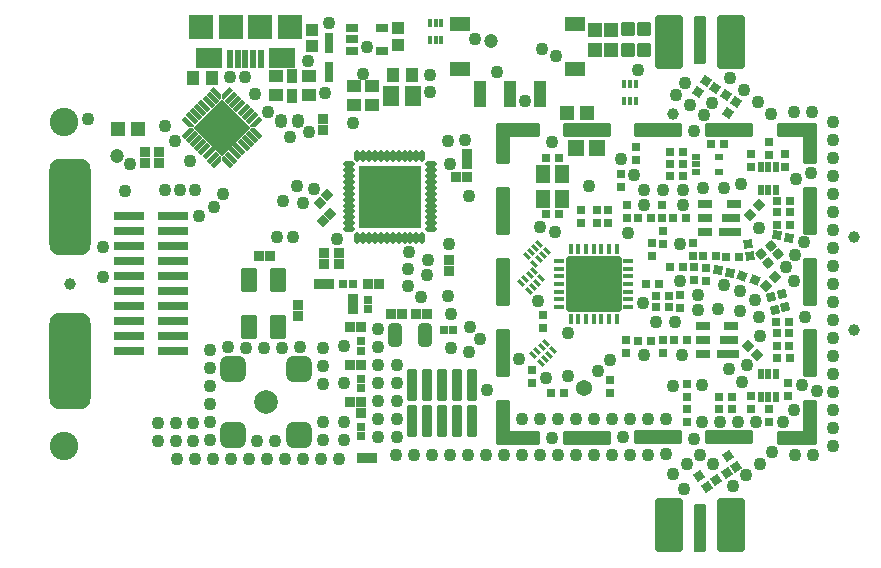
<source format=gts>
G04 Layer_Color=8388736*
%FSLAX25Y25*%
%MOIN*%
G70*
G01*
G75*
%ADD89C,0.03937*%
G04:AMPARAMS|DCode=127|XSize=33.59mil|YSize=106.42mil|CornerRadius=5.28mil|HoleSize=0mil|Usage=FLASHONLY|Rotation=0.000|XOffset=0mil|YOffset=0mil|HoleType=Round|Shape=RoundedRectangle|*
%AMROUNDEDRECTD127*
21,1,0.03359,0.09587,0,0,0.0*
21,1,0.02303,0.10642,0,0,0.0*
1,1,0.01056,0.01152,-0.04793*
1,1,0.01056,-0.01152,-0.04793*
1,1,0.01056,-0.01152,0.04793*
1,1,0.01056,0.01152,0.04793*
%
%ADD127ROUNDEDRECTD127*%
G04:AMPARAMS|DCode=128|XSize=102.36mil|YSize=29.53mil|CornerRadius=3.25mil|HoleSize=0mil|Usage=FLASHONLY|Rotation=0.000|XOffset=0mil|YOffset=0mil|HoleType=Round|Shape=RoundedRectangle|*
%AMROUNDEDRECTD128*
21,1,0.10236,0.02303,0,0,0.0*
21,1,0.09587,0.02953,0,0,0.0*
1,1,0.00650,0.04793,-0.01152*
1,1,0.00650,-0.04793,-0.01152*
1,1,0.00650,-0.04793,0.01152*
1,1,0.00650,0.04793,0.01152*
%
%ADD128ROUNDEDRECTD128*%
G04:AMPARAMS|DCode=129|XSize=16.54mil|YSize=44.09mil|CornerRadius=0mil|HoleSize=0mil|Usage=FLASHONLY|Rotation=225.000|XOffset=0mil|YOffset=0mil|HoleType=Round|Shape=Rectangle|*
%AMROTATEDRECTD129*
4,1,4,-0.00974,0.02144,0.02144,-0.00974,0.00974,-0.02144,-0.02144,0.00974,-0.00974,0.02144,0.0*
%
%ADD129ROTATEDRECTD129*%

G04:AMPARAMS|DCode=130|XSize=16.54mil|YSize=44.09mil|CornerRadius=0mil|HoleSize=0mil|Usage=FLASHONLY|Rotation=135.000|XOffset=0mil|YOffset=0mil|HoleType=Round|Shape=Rectangle|*
%AMROTATEDRECTD130*
4,1,4,0.02144,0.00974,-0.00974,-0.02144,-0.02144,-0.00974,0.00974,0.02144,0.02144,0.00974,0.0*
%
%ADD130ROTATEDRECTD130*%

%ADD131P,0.19042X4X180.0*%
%ADD132R,0.05131X0.04737*%
%ADD133R,0.02953X0.02953*%
%ADD134R,0.02953X0.02953*%
%ADD135R,0.03241X0.03241*%
%ADD136P,0.04176X4X350.0*%
%ADD137P,0.04176X4X385.0*%
%ADD138P,0.04176X4X215.0*%
%ADD139P,0.04176X4X180.0*%
%ADD140P,0.04176X4X320.0*%
%ADD141P,0.04176X4X273.0*%
%ADD142P,0.04176X4X85.0*%
%ADD143R,0.04737X0.05131*%
%ADD144P,0.04176X4X190.0*%
%ADD145P,0.04176X4X100.0*%
%ADD146P,0.04583X4X180.0*%
%ADD147R,0.04343X0.04737*%
%ADD148R,0.05328X0.06509*%
%ADD149R,0.04343X0.03950*%
%ADD150R,0.08280X0.08280*%
%ADD151R,0.07887X0.08280*%
%ADD152R,0.09068X0.07099*%
%ADD153R,0.02375X0.06115*%
%ADD154R,0.03241X0.03241*%
G04:AMPARAMS|DCode=155|XSize=47.37mil|YSize=78.87mil|CornerRadius=13.84mil|HoleSize=0mil|Usage=FLASHONLY|Rotation=180.000|XOffset=0mil|YOffset=0mil|HoleType=Round|Shape=RoundedRectangle|*
%AMROUNDEDRECTD155*
21,1,0.04737,0.05118,0,0,180.0*
21,1,0.01969,0.07887,0,0,180.0*
1,1,0.02769,-0.00984,0.02559*
1,1,0.02769,0.00984,0.02559*
1,1,0.02769,0.00984,-0.02559*
1,1,0.02769,-0.00984,-0.02559*
%
%ADD155ROUNDEDRECTD155*%
G04:AMPARAMS|DCode=156|XSize=13.78mil|YSize=23.62mil|CornerRadius=0mil|HoleSize=0mil|Usage=FLASHONLY|Rotation=45.000|XOffset=0mil|YOffset=0mil|HoleType=Round|Shape=Rectangle|*
%AMROTATEDRECTD156*
4,1,4,0.00348,-0.01322,-0.01322,0.00348,-0.00348,0.01322,0.01322,-0.00348,0.00348,-0.01322,0.0*
%
%ADD156ROTATEDRECTD156*%

%ADD157R,0.04724X0.06299*%
%ADD158P,0.04176X4X150.0*%
%ADD159R,0.01969X0.03740*%
G04:AMPARAMS|DCode=160|XSize=47.24mil|YSize=29.53mil|CornerRadius=2.61mil|HoleSize=0mil|Usage=FLASHONLY|Rotation=180.000|XOffset=0mil|YOffset=0mil|HoleType=Round|Shape=RoundedRectangle|*
%AMROUNDEDRECTD160*
21,1,0.04724,0.02431,0,0,180.0*
21,1,0.04203,0.02953,0,0,180.0*
1,1,0.00522,-0.02101,0.01216*
1,1,0.00522,0.02101,0.01216*
1,1,0.00522,0.02101,-0.01216*
1,1,0.00522,-0.02101,-0.01216*
%
%ADD160ROUNDEDRECTD160*%
G04:AMPARAMS|DCode=161|XSize=62.99mil|YSize=29.53mil|CornerRadius=2.61mil|HoleSize=0mil|Usage=FLASHONLY|Rotation=180.000|XOffset=0mil|YOffset=0mil|HoleType=Round|Shape=RoundedRectangle|*
%AMROUNDEDRECTD161*
21,1,0.06299,0.02431,0,0,180.0*
21,1,0.05778,0.02953,0,0,180.0*
1,1,0.00522,-0.02889,0.01216*
1,1,0.00522,0.02889,0.01216*
1,1,0.00522,0.02889,-0.01216*
1,1,0.00522,-0.02889,-0.01216*
%
%ADD161ROUNDEDRECTD161*%
G04:AMPARAMS|DCode=162|XSize=70.87mil|YSize=29.53mil|CornerRadius=2.61mil|HoleSize=0mil|Usage=FLASHONLY|Rotation=180.000|XOffset=0mil|YOffset=0mil|HoleType=Round|Shape=RoundedRectangle|*
%AMROUNDEDRECTD162*
21,1,0.07087,0.02431,0,0,180.0*
21,1,0.06565,0.02953,0,0,180.0*
1,1,0.00522,-0.03283,0.01216*
1,1,0.00522,0.03283,0.01216*
1,1,0.00522,0.03283,-0.01216*
1,1,0.00522,-0.03283,-0.01216*
%
%ADD162ROUNDEDRECTD162*%
G04:AMPARAMS|DCode=163|XSize=39.37mil|YSize=161.42mil|CornerRadius=3.74mil|HoleSize=0mil|Usage=FLASHONLY|Rotation=180.000|XOffset=0mil|YOffset=0mil|HoleType=Round|Shape=RoundedRectangle|*
%AMROUNDEDRECTD163*
21,1,0.03937,0.15394,0,0,180.0*
21,1,0.03189,0.16142,0,0,180.0*
1,1,0.00748,-0.01595,0.07697*
1,1,0.00748,0.01595,0.07697*
1,1,0.00748,0.01595,-0.07697*
1,1,0.00748,-0.01595,-0.07697*
%
%ADD163ROUNDEDRECTD163*%
%ADD164P,0.04176X4X270.0*%
%ADD165R,0.05512X0.05512*%
G04:AMPARAMS|DCode=166|XSize=29.26mil|YSize=29.65mil|CornerRadius=9.32mil|HoleSize=0mil|Usage=FLASHONLY|Rotation=180.000|XOffset=0mil|YOffset=0mil|HoleType=Round|Shape=RoundedRectangle|*
%AMROUNDEDRECTD166*
21,1,0.02926,0.01102,0,0,180.0*
21,1,0.01063,0.02965,0,0,180.0*
1,1,0.01863,-0.00532,0.00551*
1,1,0.01863,0.00532,0.00551*
1,1,0.01863,0.00532,-0.00551*
1,1,0.01863,-0.00532,-0.00551*
%
%ADD166ROUNDEDRECTD166*%
G04:AMPARAMS|DCode=167|XSize=29.26mil|YSize=29.65mil|CornerRadius=9.32mil|HoleSize=0mil|Usage=FLASHONLY|Rotation=180.000|XOffset=0mil|YOffset=0mil|HoleType=Round|Shape=RoundedRectangle|*
%AMROUNDEDRECTD167*
21,1,0.02926,0.01102,0,0,180.0*
21,1,0.01063,0.02965,0,0,180.0*
1,1,0.01863,-0.00532,0.00551*
1,1,0.01863,0.00532,0.00551*
1,1,0.01863,0.00532,-0.00551*
1,1,0.01863,-0.00532,-0.00551*
%
%ADD167ROUNDEDRECTD167*%
G04:AMPARAMS|DCode=168|XSize=29.26mil|YSize=29.65mil|CornerRadius=9.32mil|HoleSize=0mil|Usage=FLASHONLY|Rotation=90.000|XOffset=0mil|YOffset=0mil|HoleType=Round|Shape=RoundedRectangle|*
%AMROUNDEDRECTD168*
21,1,0.02926,0.01102,0,0,90.0*
21,1,0.01063,0.02965,0,0,90.0*
1,1,0.01863,0.00551,0.00532*
1,1,0.01863,0.00551,-0.00532*
1,1,0.01863,-0.00551,-0.00532*
1,1,0.01863,-0.00551,0.00532*
%
%ADD168ROUNDEDRECTD168*%
G04:AMPARAMS|DCode=169|XSize=29.26mil|YSize=29.65mil|CornerRadius=9.32mil|HoleSize=0mil|Usage=FLASHONLY|Rotation=90.000|XOffset=0mil|YOffset=0mil|HoleType=Round|Shape=RoundedRectangle|*
%AMROUNDEDRECTD169*
21,1,0.02926,0.01102,0,0,90.0*
21,1,0.01063,0.02965,0,0,90.0*
1,1,0.01863,0.00551,0.00532*
1,1,0.01863,0.00551,-0.00532*
1,1,0.01863,-0.00551,-0.00532*
1,1,0.01863,-0.00551,0.00532*
%
%ADD169ROUNDEDRECTD169*%
G04:AMPARAMS|DCode=170|XSize=78.87mil|YSize=55.24mil|CornerRadius=6.36mil|HoleSize=0mil|Usage=FLASHONLY|Rotation=90.000|XOffset=0mil|YOffset=0mil|HoleType=Round|Shape=RoundedRectangle|*
%AMROUNDEDRECTD170*
21,1,0.07887,0.04252,0,0,90.0*
21,1,0.06614,0.05524,0,0,90.0*
1,1,0.01272,0.02126,0.03307*
1,1,0.01272,0.02126,-0.03307*
1,1,0.01272,-0.02126,-0.03307*
1,1,0.01272,-0.02126,0.03307*
%
%ADD170ROUNDEDRECTD170*%
%ADD171R,0.03556X0.04540*%
%ADD172R,0.04737X0.04343*%
%ADD173C,0.05394*%
G04:AMPARAMS|DCode=174|XSize=37.61mil|YSize=43.43mil|CornerRadius=11.4mil|HoleSize=0mil|Usage=FLASHONLY|Rotation=180.000|XOffset=0mil|YOffset=0mil|HoleType=Round|Shape=RoundedRectangle|*
%AMROUNDEDRECTD174*
21,1,0.03761,0.02063,0,0,180.0*
21,1,0.01480,0.04343,0,0,180.0*
1,1,0.02280,-0.00740,0.01032*
1,1,0.02280,0.00740,0.01032*
1,1,0.02280,0.00740,-0.01032*
1,1,0.02280,-0.00740,-0.01032*
%
%ADD174ROUNDEDRECTD174*%
G04:AMPARAMS|DCode=175|XSize=37.61mil|YSize=43.43mil|CornerRadius=11.4mil|HoleSize=0mil|Usage=FLASHONLY|Rotation=180.000|XOffset=0mil|YOffset=0mil|HoleType=Round|Shape=RoundedRectangle|*
%AMROUNDEDRECTD175*
21,1,0.03761,0.02063,0,0,180.0*
21,1,0.01480,0.04343,0,0,180.0*
1,1,0.02280,-0.00740,0.01032*
1,1,0.02280,0.00740,0.01032*
1,1,0.02280,0.00740,-0.01032*
1,1,0.02280,-0.00740,-0.01032*
%
%ADD175ROUNDEDRECTD175*%
G04:AMPARAMS|DCode=176|XSize=47.37mil|YSize=47.37mil|CornerRadius=9.91mil|HoleSize=0mil|Usage=FLASHONLY|Rotation=180.000|XOffset=0mil|YOffset=0mil|HoleType=Round|Shape=RoundedRectangle|*
%AMROUNDEDRECTD176*
21,1,0.04737,0.02756,0,0,180.0*
21,1,0.02756,0.04737,0,0,180.0*
1,1,0.01981,-0.01378,0.01378*
1,1,0.01981,0.01378,0.01378*
1,1,0.01981,0.01378,-0.01378*
1,1,0.01981,-0.01378,-0.01378*
%
%ADD176ROUNDEDRECTD176*%
%ADD177P,0.04176X4X260.0*%
%ADD178O,0.01784X0.03950*%
%ADD179O,0.03950X0.01784*%
%ADD180R,0.20879X0.21076*%
G04:AMPARAMS|DCode=181|XSize=47.37mil|YSize=148.55mil|CornerRadius=4.98mil|HoleSize=0mil|Usage=FLASHONLY|Rotation=270.000|XOffset=0mil|YOffset=0mil|HoleType=Round|Shape=RoundedRectangle|*
%AMROUNDEDRECTD181*
21,1,0.04737,0.13858,0,0,270.0*
21,1,0.03740,0.14855,0,0,270.0*
1,1,0.00997,-0.06929,-0.01870*
1,1,0.00997,-0.06929,0.01870*
1,1,0.00997,0.06929,0.01870*
1,1,0.00997,0.06929,-0.01870*
%
%ADD181ROUNDEDRECTD181*%
G04:AMPARAMS|DCode=182|XSize=47.37mil|YSize=148.55mil|CornerRadius=4.98mil|HoleSize=0mil|Usage=FLASHONLY|Rotation=180.000|XOffset=0mil|YOffset=0mil|HoleType=Round|Shape=RoundedRectangle|*
%AMROUNDEDRECTD182*
21,1,0.04737,0.13858,0,0,180.0*
21,1,0.03740,0.14855,0,0,180.0*
1,1,0.00997,-0.01870,0.06929*
1,1,0.00997,0.01870,0.06929*
1,1,0.00997,0.01870,-0.06929*
1,1,0.00997,-0.01870,-0.06929*
%
%ADD182ROUNDEDRECTD182*%
G04:AMPARAMS|DCode=183|XSize=47.37mil|YSize=135.56mil|CornerRadius=4.98mil|HoleSize=0mil|Usage=FLASHONLY|Rotation=180.000|XOffset=0mil|YOffset=0mil|HoleType=Round|Shape=RoundedRectangle|*
%AMROUNDEDRECTD183*
21,1,0.04737,0.12559,0,0,180.0*
21,1,0.03740,0.13556,0,0,180.0*
1,1,0.00997,-0.01870,0.06280*
1,1,0.00997,0.01870,0.06280*
1,1,0.00997,0.01870,-0.06280*
1,1,0.00997,-0.01870,-0.06280*
%
%ADD183ROUNDEDRECTD183*%
G04:AMPARAMS|DCode=184|XSize=47.37mil|YSize=135.56mil|CornerRadius=4.98mil|HoleSize=0mil|Usage=FLASHONLY|Rotation=90.000|XOffset=0mil|YOffset=0mil|HoleType=Round|Shape=RoundedRectangle|*
%AMROUNDEDRECTD184*
21,1,0.04737,0.12559,0,0,90.0*
21,1,0.03740,0.13556,0,0,90.0*
1,1,0.00997,0.06280,0.01870*
1,1,0.00997,0.06280,-0.01870*
1,1,0.00997,-0.06280,-0.01870*
1,1,0.00997,-0.06280,0.01870*
%
%ADD184ROUNDEDRECTD184*%
G04:AMPARAMS|DCode=185|XSize=47.37mil|YSize=157.61mil|CornerRadius=4.98mil|HoleSize=0mil|Usage=FLASHONLY|Rotation=90.000|XOffset=0mil|YOffset=0mil|HoleType=Round|Shape=RoundedRectangle|*
%AMROUNDEDRECTD185*
21,1,0.04737,0.14764,0,0,90.0*
21,1,0.03740,0.15761,0,0,90.0*
1,1,0.00997,0.07382,0.01870*
1,1,0.00997,0.07382,-0.01870*
1,1,0.00997,-0.07382,-0.01870*
1,1,0.00997,-0.07382,0.01870*
%
%ADD185ROUNDEDRECTD185*%
G04:AMPARAMS|DCode=186|XSize=47.37mil|YSize=157.61mil|CornerRadius=4.98mil|HoleSize=0mil|Usage=FLASHONLY|Rotation=0.000|XOffset=0mil|YOffset=0mil|HoleType=Round|Shape=RoundedRectangle|*
%AMROUNDEDRECTD186*
21,1,0.04737,0.14764,0,0,0.0*
21,1,0.03740,0.15761,0,0,0.0*
1,1,0.00997,0.01870,-0.07382*
1,1,0.00997,-0.01870,-0.07382*
1,1,0.00997,-0.01870,0.07382*
1,1,0.00997,0.01870,0.07382*
%
%ADD186ROUNDEDRECTD186*%
G04:AMPARAMS|DCode=187|XSize=86.74mil|YSize=86.74mil|CornerRadius=22.9mil|HoleSize=0mil|Usage=FLASHONLY|Rotation=180.000|XOffset=0mil|YOffset=0mil|HoleType=Round|Shape=RoundedRectangle|*
%AMROUNDEDRECTD187*
21,1,0.08674,0.04095,0,0,180.0*
21,1,0.04095,0.08674,0,0,180.0*
1,1,0.04580,-0.02047,0.02047*
1,1,0.04580,0.02047,0.02047*
1,1,0.04580,0.02047,-0.02047*
1,1,0.04580,-0.02047,-0.02047*
%
%ADD187ROUNDEDRECTD187*%
G04:AMPARAMS|DCode=188|XSize=86.74mil|YSize=86.74mil|CornerRadius=22.9mil|HoleSize=0mil|Usage=FLASHONLY|Rotation=90.000|XOffset=0mil|YOffset=0mil|HoleType=Round|Shape=RoundedRectangle|*
%AMROUNDEDRECTD188*
21,1,0.08674,0.04095,0,0,90.0*
21,1,0.04095,0.08674,0,0,90.0*
1,1,0.04580,0.02047,0.02047*
1,1,0.04580,0.02047,-0.02047*
1,1,0.04580,-0.02047,-0.02047*
1,1,0.04580,-0.02047,0.02047*
%
%ADD188ROUNDEDRECTD188*%
G04:AMPARAMS|DCode=189|XSize=86.74mil|YSize=86.74mil|CornerRadius=22.9mil|HoleSize=0mil|Usage=FLASHONLY|Rotation=90.000|XOffset=0mil|YOffset=0mil|HoleType=Round|Shape=RoundedRectangle|*
%AMROUNDEDRECTD189*
21,1,0.08674,0.04095,0,0,90.0*
21,1,0.04095,0.08674,0,0,90.0*
1,1,0.04580,0.02047,0.02047*
1,1,0.04580,0.02047,-0.02047*
1,1,0.04580,-0.02047,-0.02047*
1,1,0.04580,-0.02047,0.02047*
%
%ADD189ROUNDEDRECTD189*%
G04:AMPARAMS|DCode=190|XSize=86.74mil|YSize=86.74mil|CornerRadius=22.9mil|HoleSize=0mil|Usage=FLASHONLY|Rotation=90.000|XOffset=0mil|YOffset=0mil|HoleType=Round|Shape=RoundedRectangle|*
%AMROUNDEDRECTD190*
21,1,0.08674,0.04095,0,0,90.0*
21,1,0.04095,0.08674,0,0,90.0*
1,1,0.04580,0.02047,0.02047*
1,1,0.04580,0.02047,-0.02047*
1,1,0.04580,-0.02047,-0.02047*
1,1,0.04580,-0.02047,0.02047*
%
%ADD190ROUNDEDRECTD190*%
%ADD191C,0.07891*%
G04:AMPARAMS|DCode=192|XSize=185.04mil|YSize=185.04mil|CornerRadius=6.5mil|HoleSize=0mil|Usage=FLASHONLY|Rotation=270.000|XOffset=0mil|YOffset=0mil|HoleType=Round|Shape=RoundedRectangle|*
%AMROUNDEDRECTD192*
21,1,0.18504,0.17205,0,0,270.0*
21,1,0.17205,0.18504,0,0,270.0*
1,1,0.01299,-0.08602,-0.08602*
1,1,0.01299,-0.08602,0.08602*
1,1,0.01299,0.08602,0.08602*
1,1,0.01299,0.08602,-0.08602*
%
%ADD192ROUNDEDRECTD192*%
%ADD193O,0.01575X0.03543*%
%ADD194O,0.03543X0.01575*%
%ADD195R,0.02769X0.02375*%
%ADD196R,0.06902X0.05131*%
%ADD197R,0.03950X0.08674*%
%ADD198R,0.04147X0.03162*%
%ADD199R,0.01784X0.02769*%
%ADD200R,0.02769X0.06509*%
%ADD201C,0.09494*%
G04:AMPARAMS|DCode=202|XSize=90.55mil|YSize=177.16mil|CornerRadius=6.3mil|HoleSize=0mil|Usage=FLASHONLY|Rotation=180.000|XOffset=0mil|YOffset=0mil|HoleType=Round|Shape=RoundedRectangle|*
%AMROUNDEDRECTD202*
21,1,0.09055,0.16457,0,0,180.0*
21,1,0.07795,0.17716,0,0,180.0*
1,1,0.01260,-0.03898,0.08228*
1,1,0.01260,0.03898,0.08228*
1,1,0.01260,0.03898,-0.08228*
1,1,0.01260,-0.03898,-0.08228*
%
%ADD202ROUNDEDRECTD202*%
G04:AMPARAMS|DCode=203|XSize=137.92mil|YSize=322.96mil|CornerRadius=36.48mil|HoleSize=0mil|Usage=FLASHONLY|Rotation=0.000|XOffset=0mil|YOffset=0mil|HoleType=Round|Shape=RoundedRectangle|*
%AMROUNDEDRECTD203*
21,1,0.13792,0.25000,0,0,0.0*
21,1,0.06496,0.32296,0,0,0.0*
1,1,0.07296,0.03248,-0.12500*
1,1,0.07296,-0.03248,-0.12500*
1,1,0.07296,-0.03248,0.12500*
1,1,0.07296,0.03248,0.12500*
%
%ADD203ROUNDEDRECTD203*%
%ADD204C,0.04300*%
%ADD205C,0.04740*%
G36*
X49414Y51917D02*
X49930Y51404D01*
X46812Y48286D01*
X45642Y49456D01*
X48106Y51919D01*
X49414Y51917D01*
D02*
G37*
G36*
X72758Y49456D02*
X71588Y48286D01*
X68470Y51404D01*
X68986Y51917D01*
X70294Y51919D01*
X72758Y49456D01*
D02*
G37*
G36*
X63014Y39712D02*
X61844Y38542D01*
X59382Y41006D01*
X59383Y42314D01*
X59896Y42830D01*
X63014Y39712D01*
D02*
G37*
G36*
X59017Y42314D02*
X59018Y41006D01*
X56556Y38542D01*
X55386Y39712D01*
X58504Y42830D01*
X59017Y42314D01*
D02*
G37*
G36*
X59018Y63194D02*
X59017Y61886D01*
X58504Y61370D01*
X55386Y64488D01*
X56556Y65658D01*
X59018Y63194D01*
D02*
G37*
G36*
X63014Y64488D02*
X59896Y61370D01*
X59383Y61886D01*
X59382Y63194D01*
X61844Y65658D01*
X63014Y64488D01*
D02*
G37*
G36*
X49930Y52796D02*
X49414Y52283D01*
X48106Y52281D01*
X45642Y54744D01*
X46812Y55914D01*
X49930Y52796D01*
D02*
G37*
G36*
X72758Y54744D02*
X70294Y52281D01*
X68986Y52283D01*
X68470Y52796D01*
X71588Y55914D01*
X72758Y54744D01*
D02*
G37*
D89*
X269800Y15500D02*
D03*
X270000Y-15500D02*
D03*
X209600Y56600D02*
D03*
X8500Y0D02*
D03*
D127*
X122700Y-45605D02*
D03*
X127700D02*
D03*
X132700D02*
D03*
X137700D02*
D03*
X142700D02*
D03*
Y-33795D02*
D03*
X137700D02*
D03*
X132700D02*
D03*
X127700D02*
D03*
X122700D02*
D03*
D128*
X28148Y-17500D02*
D03*
X42852D02*
D03*
X28148Y-22500D02*
D03*
X42852D02*
D03*
Y-12500D02*
D03*
X28148D02*
D03*
X42852Y-7500D02*
D03*
X28148D02*
D03*
X42852Y-2500D02*
D03*
X28148D02*
D03*
X42852Y2500D02*
D03*
X28148D02*
D03*
X42852Y7500D02*
D03*
X28148D02*
D03*
X42852Y12500D02*
D03*
X28148D02*
D03*
X42852Y17500D02*
D03*
X28148D02*
D03*
X42852Y22500D02*
D03*
X28148D02*
D03*
D129*
X62262Y42078D02*
D03*
X63654Y43470D02*
D03*
X65046Y44862D02*
D03*
X66438Y46254D02*
D03*
X67830Y47646D02*
D03*
X69222Y49038D02*
D03*
X56138Y62122D02*
D03*
X54746Y60730D02*
D03*
X53354Y59338D02*
D03*
X51962Y57946D02*
D03*
X50570Y56554D02*
D03*
X49178Y55162D02*
D03*
D130*
X69222Y55162D02*
D03*
X67830Y56554D02*
D03*
X66438Y57946D02*
D03*
X65046Y59338D02*
D03*
X63654Y60730D02*
D03*
X62262Y62122D02*
D03*
X49178Y49038D02*
D03*
X50570Y47646D02*
D03*
X51962Y46254D02*
D03*
X53354Y44862D02*
D03*
X54746Y43470D02*
D03*
X56138Y42078D02*
D03*
D131*
X59200Y52100D02*
D03*
D132*
X24654Y51500D02*
D03*
X31346D02*
D03*
X174354Y57000D02*
D03*
X181046D02*
D03*
D133*
X227235Y9100D02*
D03*
X231565Y9100D02*
D03*
X223865Y9200D02*
D03*
X219535D02*
D03*
X213865Y22000D02*
D03*
X209535D02*
D03*
X212765Y5500D02*
D03*
X208435D02*
D03*
X225035Y-37600D02*
D03*
X229365D02*
D03*
X229265Y-41600D02*
D03*
X224935D02*
D03*
X173265Y-36500D02*
D03*
X168935D02*
D03*
X222135Y46500D02*
D03*
X226465D02*
D03*
X212865Y39800D02*
D03*
X208535D02*
D03*
Y35800D02*
D03*
X212865D02*
D03*
Y43800D02*
D03*
X208535D02*
D03*
X171560Y42023D02*
D03*
X167229D02*
D03*
X167239Y23132D02*
D03*
X171570D02*
D03*
X197835Y22000D02*
D03*
X202165D02*
D03*
X197835Y-18965D02*
D03*
X202165Y-18965D02*
D03*
X208265Y-7800D02*
D03*
X203935D02*
D03*
X208265Y-4100D02*
D03*
X203935D02*
D03*
X248565Y27500D02*
D03*
X244235Y27500D02*
D03*
X214165Y-18800D02*
D03*
X209835Y-18800D02*
D03*
X204765Y0D02*
D03*
X200435D02*
D03*
X248326Y-12606D02*
D03*
X243995D02*
D03*
X248565Y-24600D02*
D03*
X244235Y-24600D02*
D03*
D134*
X212000Y-7965D02*
D03*
Y-3635D02*
D03*
X205900Y26331D02*
D03*
Y22000D02*
D03*
X188700Y-36265D02*
D03*
Y-31935D02*
D03*
X241400Y-45965D02*
D03*
X241400Y-41635D02*
D03*
X241400Y47265D02*
D03*
X241400Y42935D02*
D03*
X188064Y24470D02*
D03*
Y20140D02*
D03*
X178834Y24465D02*
D03*
Y20135D02*
D03*
X166299Y-14627D02*
D03*
Y-10296D02*
D03*
X247000Y39035D02*
D03*
Y43365D02*
D03*
X235500Y-37435D02*
D03*
Y-41765D02*
D03*
X216600Y5565D02*
D03*
Y1235D02*
D03*
X194200Y26365D02*
D03*
Y22035D02*
D03*
X194000Y-23131D02*
D03*
Y-18800D02*
D03*
X244300Y19735D02*
D03*
Y24065D02*
D03*
X248500Y24065D02*
D03*
X248500Y19735D02*
D03*
X206300Y17665D02*
D03*
Y13335D02*
D03*
X202600Y13565D02*
D03*
Y9235D02*
D03*
X216200Y13565D02*
D03*
X216200Y9235D02*
D03*
X206200Y-23131D02*
D03*
X206200Y-18800D02*
D03*
X220600Y935D02*
D03*
Y5265D02*
D03*
X244300Y-16435D02*
D03*
X244300Y-20765D02*
D03*
X247900Y-33135D02*
D03*
Y-37465D02*
D03*
X184300Y24465D02*
D03*
Y20135D02*
D03*
X235700Y43365D02*
D03*
Y39035D02*
D03*
X214300Y-33335D02*
D03*
Y-37665D02*
D03*
Y-41635D02*
D03*
Y-45965D02*
D03*
X192100Y36465D02*
D03*
Y32135D02*
D03*
X197100Y45565D02*
D03*
Y41235D02*
D03*
X162400Y-33065D02*
D03*
Y-28735D02*
D03*
X248300Y-20765D02*
D03*
X248300Y-16435D02*
D03*
D135*
X134800Y4428D02*
D03*
Y7972D02*
D03*
X93190Y6634D02*
D03*
Y10177D02*
D03*
X98084Y6630D02*
D03*
Y10174D02*
D03*
X102845Y-8444D02*
D03*
Y-4901D02*
D03*
X105452Y-42946D02*
D03*
Y-39403D02*
D03*
X84500Y-10672D02*
D03*
Y-7128D02*
D03*
X93000Y51428D02*
D03*
Y54972D02*
D03*
X33400Y40428D02*
D03*
Y43972D02*
D03*
X141000Y39828D02*
D03*
Y43372D02*
D03*
X38300Y40428D02*
D03*
Y43972D02*
D03*
D136*
X227958Y-57326D02*
D03*
X230442Y-60874D02*
D03*
X218258Y-64126D02*
D03*
X220742Y-67674D02*
D03*
D137*
X232665Y2641D02*
D03*
X236735Y1159D02*
D03*
D138*
X228687Y3774D02*
D03*
X224422Y4526D02*
D03*
X248332Y15424D02*
D03*
X244068Y16176D02*
D03*
D139*
X237531Y-23731D02*
D03*
X234469Y-20669D02*
D03*
D140*
X234711Y13457D02*
D03*
X235089Y9143D02*
D03*
D141*
X238249Y26309D02*
D03*
X235351Y23091D02*
D03*
D142*
X238941Y9808D02*
D03*
X242259Y12592D02*
D03*
X244659Y9892D02*
D03*
X241341Y7108D02*
D03*
D143*
X183500Y84546D02*
D03*
Y77854D02*
D03*
X189000Y84546D02*
D03*
Y77854D02*
D03*
D144*
X227174Y62858D02*
D03*
X223626Y65342D02*
D03*
D145*
X227958Y56926D02*
D03*
X230442Y60474D02*
D03*
X218043Y64096D02*
D03*
X220528Y67644D02*
D03*
D146*
X91747Y27047D02*
D03*
X94253Y29553D02*
D03*
X92847Y20947D02*
D03*
X95353Y23453D02*
D03*
D147*
X116350Y69500D02*
D03*
X122650D02*
D03*
X55950Y68700D02*
D03*
X49650D02*
D03*
D148*
X122743Y62500D02*
D03*
X115657D02*
D03*
D149*
X118000Y79744D02*
D03*
Y85256D02*
D03*
X89300Y79244D02*
D03*
Y84756D02*
D03*
D150*
X62315Y85500D02*
D03*
X71764D02*
D03*
D151*
X52079D02*
D03*
X82000D02*
D03*
D152*
X79244Y75461D02*
D03*
X54835D02*
D03*
D153*
X67039Y74968D02*
D03*
X64480D02*
D03*
X69598D02*
D03*
X72158D02*
D03*
X61921D02*
D03*
D154*
X123928Y-10100D02*
D03*
X127472D02*
D03*
X119254Y-10058D02*
D03*
X115710D02*
D03*
X101914Y-26928D02*
D03*
X105457D02*
D03*
X91504Y-1D02*
D03*
X95047D02*
D03*
X111412Y46D02*
D03*
X107868D02*
D03*
X109372Y-58000D02*
D03*
X105828D02*
D03*
X71628Y9400D02*
D03*
X75172Y9400D02*
D03*
X101911Y-14390D02*
D03*
X105454D02*
D03*
X140772Y35500D02*
D03*
X137228D02*
D03*
X105472Y-39400D02*
D03*
X101928D02*
D03*
D155*
X116961Y-17158D02*
D03*
X126803D02*
D03*
D156*
X165035Y13441D02*
D03*
X163643Y12049D02*
D03*
X162251Y10657D02*
D03*
X160859Y9265D02*
D03*
X163365Y6759D02*
D03*
X164757Y8151D02*
D03*
X166149Y9543D02*
D03*
X167541Y10935D02*
D03*
X167135Y-19659D02*
D03*
X165743Y-21051D02*
D03*
X164351Y-22443D02*
D03*
X162959Y-23835D02*
D03*
X165465Y-26341D02*
D03*
X166857Y-24949D02*
D03*
X168249Y-23557D02*
D03*
X169641Y-22165D02*
D03*
X163135Y4341D02*
D03*
X161743Y2949D02*
D03*
X160351Y1557D02*
D03*
X158959Y165D02*
D03*
X161465Y-2341D02*
D03*
X162857Y-949D02*
D03*
X164249Y443D02*
D03*
X165641Y1835D02*
D03*
D157*
X166245Y28420D02*
D03*
X172544D02*
D03*
X166245Y36688D02*
D03*
X172544D02*
D03*
D158*
X246960Y-7692D02*
D03*
X245840Y-3508D02*
D03*
X242300Y-4500D02*
D03*
X243421Y-8683D02*
D03*
D159*
X243926Y-37604D02*
D03*
X241367Y-37604D02*
D03*
X238808Y-37604D02*
D03*
X238808Y-30123D02*
D03*
X241367Y-30123D02*
D03*
X243926Y-30123D02*
D03*
X238808Y38940D02*
D03*
X241367Y38940D02*
D03*
X243926D02*
D03*
X243926Y31460D02*
D03*
X241367Y31460D02*
D03*
X238808Y31460D02*
D03*
D160*
X220376Y26724D02*
D03*
Y22000D02*
D03*
X220376Y17276D02*
D03*
X229824Y26724D02*
D03*
X219576Y-14076D02*
D03*
X219576Y-18800D02*
D03*
Y-23524D02*
D03*
X229024Y-14076D02*
D03*
D161*
X229037Y22000D02*
D03*
X228237Y-18800D02*
D03*
D162*
X228643Y17276D02*
D03*
X227843Y-23524D02*
D03*
D163*
X218600Y81300D02*
D03*
Y-81300D02*
D03*
D164*
X243631Y2231D02*
D03*
X240569Y-831D02*
D03*
D165*
X184243Y45300D02*
D03*
X177157D02*
D03*
D166*
X105455Y-19100D02*
D03*
X105455Y-31575D02*
D03*
X107869Y-5294D02*
D03*
X105452Y-47600D02*
D03*
D167*
X105455Y-22250D02*
D03*
X105455Y-34724D02*
D03*
X107869Y-8443D02*
D03*
X105452Y-50749D02*
D03*
D168*
X102843Y-133D02*
D03*
X133125Y-15300D02*
D03*
D169*
X99694Y-133D02*
D03*
X136275Y-15300D02*
D03*
D170*
X77737Y1286D02*
D03*
Y-14462D02*
D03*
X68288Y1286D02*
D03*
Y-14462D02*
D03*
D171*
X82696Y62673D02*
D03*
Y69169D02*
D03*
D172*
X77300Y69150D02*
D03*
Y62850D02*
D03*
X88100Y62850D02*
D03*
Y69150D02*
D03*
X109200Y65799D02*
D03*
Y59500D02*
D03*
X103100Y65799D02*
D03*
Y59500D02*
D03*
D173*
X180000Y-34800D02*
D03*
D174*
X84556Y54300D02*
D03*
D175*
X79044D02*
D03*
D176*
X194400Y84806D02*
D03*
Y77900D02*
D03*
X199800Y84806D02*
D03*
Y77900D02*
D03*
D177*
X227465Y-63034D02*
D03*
X223917Y-65518D02*
D03*
D178*
X104331Y15390D02*
D03*
X106299D02*
D03*
X108268D02*
D03*
X110237D02*
D03*
X112205D02*
D03*
X114174D02*
D03*
X116142D02*
D03*
X118111D02*
D03*
X120079D02*
D03*
X122048D02*
D03*
X124016D02*
D03*
X125985D02*
D03*
Y42752D02*
D03*
X124016D02*
D03*
X122048D02*
D03*
X120079D02*
D03*
X118111D02*
D03*
X116142D02*
D03*
X114174D02*
D03*
X112205D02*
D03*
X110237D02*
D03*
X108268D02*
D03*
X106299D02*
D03*
X104331D02*
D03*
D179*
X128839Y18244D02*
D03*
Y20212D02*
D03*
Y22181D02*
D03*
Y24149D02*
D03*
Y26118D02*
D03*
Y28087D02*
D03*
Y30055D02*
D03*
Y32024D02*
D03*
Y33992D02*
D03*
Y35961D02*
D03*
Y37929D02*
D03*
Y39898D02*
D03*
X101477D02*
D03*
Y37929D02*
D03*
Y35961D02*
D03*
Y33992D02*
D03*
Y32024D02*
D03*
Y30055D02*
D03*
Y28087D02*
D03*
Y26118D02*
D03*
Y24149D02*
D03*
Y22181D02*
D03*
Y20212D02*
D03*
Y18244D02*
D03*
D180*
X115158Y29071D02*
D03*
D181*
X157903Y-51220D02*
D03*
X157869Y51212D02*
D03*
D182*
X152809Y-46145D02*
D03*
X255207Y-46137D02*
D03*
D183*
X255196Y46791D02*
D03*
X152789Y46791D02*
D03*
D184*
X250782Y51199D02*
D03*
X250788Y-51210D02*
D03*
D185*
X181023Y-51218D02*
D03*
X204653Y-51196D02*
D03*
X228268D02*
D03*
X228275Y51207D02*
D03*
X204661D02*
D03*
X181031Y51185D02*
D03*
D186*
X152791Y-23010D02*
D03*
X152800Y617D02*
D03*
X255194Y670D02*
D03*
X255175Y24348D02*
D03*
X255186Y-22957D02*
D03*
X152780Y24295D02*
D03*
D187*
X62876Y-28276D02*
D03*
D188*
Y-50324D02*
D03*
D189*
X84924Y-28276D02*
D03*
D190*
Y-50324D02*
D03*
D191*
X73900Y-39300D02*
D03*
D192*
X183100Y0D02*
D03*
D193*
X190777Y11614D02*
D03*
X188218D02*
D03*
X185659D02*
D03*
X183100D02*
D03*
X180541D02*
D03*
X177982D02*
D03*
X175423D02*
D03*
Y-11614D02*
D03*
X177982D02*
D03*
X180541D02*
D03*
X183100D02*
D03*
X185659D02*
D03*
X188218D02*
D03*
X190777D02*
D03*
D194*
X171486Y7677D02*
D03*
Y5118D02*
D03*
Y2559D02*
D03*
Y0D02*
D03*
Y-2559D02*
D03*
Y-5118D02*
D03*
Y-7677D02*
D03*
X194714D02*
D03*
Y-5118D02*
D03*
Y-2559D02*
D03*
Y0D02*
D03*
Y2559D02*
D03*
Y5118D02*
D03*
Y7677D02*
D03*
D195*
X224746Y37282D02*
D03*
Y42400D02*
D03*
X217265Y37282D02*
D03*
Y39841D02*
D03*
Y42400D02*
D03*
D196*
X138507Y71500D02*
D03*
X176893D02*
D03*
Y86500D02*
D03*
X138507D02*
D03*
D197*
X155180Y63252D02*
D03*
X165180D02*
D03*
X145180D02*
D03*
D198*
X112520Y85240D02*
D03*
Y77760D02*
D03*
X102480D02*
D03*
Y81500D02*
D03*
Y85240D02*
D03*
D199*
X197268Y61046D02*
D03*
X195300D02*
D03*
X193332D02*
D03*
Y66754D02*
D03*
X195300D02*
D03*
X197268D02*
D03*
X128431Y86954D02*
D03*
X130400D02*
D03*
X132369D02*
D03*
Y81246D02*
D03*
X130400D02*
D03*
X128431D02*
D03*
D200*
X94900Y80423D02*
D03*
Y70777D02*
D03*
D201*
X6400Y54100D02*
D03*
Y-54100D02*
D03*
D202*
X228836Y80513D02*
D03*
X208364D02*
D03*
Y-80513D02*
D03*
X228836D02*
D03*
D203*
X8700Y-25591D02*
D03*
Y25591D02*
D03*
D204*
X141400Y-22700D02*
D03*
X135700Y-21500D02*
D03*
X145200Y-18300D02*
D03*
X152791Y-23010D02*
D03*
X158100Y-25000D02*
D03*
X19700Y2400D02*
D03*
X14500Y54900D02*
D03*
X28700Y40100D02*
D03*
X88000Y74400D02*
D03*
X140200Y47800D02*
D03*
X170500Y75800D02*
D03*
X166000Y78300D02*
D03*
X84100Y32700D02*
D03*
X89800Y31600D02*
D03*
X86300Y27100D02*
D03*
X19700Y12400D02*
D03*
X83050Y15700D02*
D03*
X79600Y27700D02*
D03*
X77700Y15500D02*
D03*
X121500Y10500D02*
D03*
X165300Y18800D02*
D03*
X141400Y29400D02*
D03*
X62000Y69000D02*
D03*
X70200Y63300D02*
D03*
X67000Y69000D02*
D03*
X106200Y69900D02*
D03*
X160300Y60900D02*
D03*
X151000Y70700D02*
D03*
X197800Y71300D02*
D03*
X143700Y81700D02*
D03*
X107400Y79100D02*
D03*
X128600Y64000D02*
D03*
X212000Y900D02*
D03*
X204000Y-12800D02*
D03*
X192200Y41700D02*
D03*
X164500Y-5700D02*
D03*
X88200Y50500D02*
D03*
X135300Y40000D02*
D03*
X134400Y47600D02*
D03*
X127600Y3000D02*
D03*
X152780Y24295D02*
D03*
X134400Y-4000D02*
D03*
X135700Y-10200D02*
D03*
X141800Y-14400D02*
D03*
X121200Y-800D02*
D03*
X125700Y-4500D02*
D03*
X188700Y-25400D02*
D03*
X252600Y-33800D02*
D03*
X250671Y35000D02*
D03*
X232600Y-32600D02*
D03*
X147500Y-35293D02*
D03*
X211900Y13400D02*
D03*
X152800Y617D02*
D03*
X152800Y51200D02*
D03*
X169300Y47300D02*
D03*
X174630Y-30550D02*
D03*
X97700Y14800D02*
D03*
X181031Y51185D02*
D03*
X204661Y51207D02*
D03*
X228275D02*
D03*
X255200Y51100D02*
D03*
X255175Y24348D02*
D03*
X255194Y670D02*
D03*
X255186Y-22957D02*
D03*
X254900Y-51000D02*
D03*
X228268Y-51196D02*
D03*
X204653D02*
D03*
X153000Y-51000D02*
D03*
X181023Y-51218D02*
D03*
X103000Y53500D02*
D03*
X184700Y-29200D02*
D03*
X181500Y32500D02*
D03*
X232334Y33234D02*
D03*
X196500Y36400D02*
D03*
X219300Y-33800D02*
D03*
X213200Y-68400D02*
D03*
X194700Y17000D02*
D03*
X167100Y-31300D02*
D03*
X210100Y-12600D02*
D03*
X199600Y-6500D02*
D03*
X121654Y22575D02*
D03*
Y26905D02*
D03*
Y31236D02*
D03*
Y35567D02*
D03*
X117323D02*
D03*
Y31236D02*
D03*
Y26905D02*
D03*
Y22575D02*
D03*
X112993D02*
D03*
Y26905D02*
D03*
Y31236D02*
D03*
Y35567D02*
D03*
X108662D02*
D03*
Y31236D02*
D03*
Y26905D02*
D03*
Y22575D02*
D03*
X238300Y18700D02*
D03*
X247200Y5500D02*
D03*
X226500Y32100D02*
D03*
X219500D02*
D03*
X213000Y26300D02*
D03*
X200000Y26400D02*
D03*
X213000Y31400D02*
D03*
X206100D02*
D03*
X200000D02*
D03*
X226400Y-400D02*
D03*
X231900Y-2400D02*
D03*
X236800Y-5500D02*
D03*
X238300Y-11000D02*
D03*
X238600Y-17400D02*
D03*
X232000Y-8900D02*
D03*
X224400Y-8400D02*
D03*
X217900Y-8600D02*
D03*
X217800Y-3600D02*
D03*
X250200Y9700D02*
D03*
X253200Y13900D02*
D03*
X249800Y900D02*
D03*
X253600Y-11000D02*
D03*
X234300Y-27200D02*
D03*
X228300Y-28500D02*
D03*
X200000Y-23700D02*
D03*
X212400D02*
D03*
X249900Y-42000D02*
D03*
X246200Y-46000D02*
D03*
X222900Y-60200D02*
D03*
X214200D02*
D03*
X209700Y-63500D02*
D03*
X218700Y-57100D02*
D03*
X219100Y-46100D02*
D03*
X225100Y-46000D02*
D03*
X231100D02*
D03*
X237100Y-46200D02*
D03*
X174600Y-16300D02*
D03*
X222600Y60400D02*
D03*
X219800Y56200D02*
D03*
X215100Y59500D02*
D03*
X233900Y-63800D02*
D03*
X229400Y-67300D02*
D03*
X44100Y-58400D02*
D03*
X50100D02*
D03*
X56100D02*
D03*
X62100D02*
D03*
X68100D02*
D03*
X74100D02*
D03*
X80100D02*
D03*
X86100D02*
D03*
X92100D02*
D03*
X98100D02*
D03*
X117300Y-56900D02*
D03*
X123300D02*
D03*
X129300D02*
D03*
X135300D02*
D03*
X141300D02*
D03*
X147300D02*
D03*
X153300D02*
D03*
X159300D02*
D03*
X165300D02*
D03*
X111200Y-14900D02*
D03*
Y-20900D02*
D03*
Y-26900D02*
D03*
Y-32900D02*
D03*
Y-38900D02*
D03*
Y-44900D02*
D03*
Y-50900D02*
D03*
X117400Y-51000D02*
D03*
Y-45000D02*
D03*
Y-39000D02*
D03*
Y-33000D02*
D03*
Y-27000D02*
D03*
X92800Y-52000D02*
D03*
Y-46000D02*
D03*
Y-27400D02*
D03*
Y-21400D02*
D03*
X55100Y-21900D02*
D03*
Y-27900D02*
D03*
Y-33900D02*
D03*
Y-39900D02*
D03*
Y-45900D02*
D03*
Y-51900D02*
D03*
X99800Y-46000D02*
D03*
Y-52000D02*
D03*
X85100Y-21100D02*
D03*
X79100Y-21400D02*
D03*
X73100D02*
D03*
X61100Y-21100D02*
D03*
X67100Y-21400D02*
D03*
X92800Y-33400D02*
D03*
X49500Y-52300D02*
D03*
Y-46300D02*
D03*
X43900Y-52300D02*
D03*
Y-46300D02*
D03*
X99800Y-33200D02*
D03*
Y-20600D02*
D03*
X207300Y-56800D02*
D03*
X201300Y-56900D02*
D03*
X195300D02*
D03*
X189300D02*
D03*
X183300D02*
D03*
X177300D02*
D03*
X171300D02*
D03*
X213400Y67100D02*
D03*
X210400Y62800D02*
D03*
X238700Y-59900D02*
D03*
X242600Y-56100D02*
D03*
X228667Y68519D02*
D03*
X233226Y64550D02*
D03*
X242128Y56676D02*
D03*
X237900Y60500D02*
D03*
X262800Y-54000D02*
D03*
Y-48000D02*
D03*
Y-42000D02*
D03*
Y-36000D02*
D03*
Y-30000D02*
D03*
Y-24000D02*
D03*
Y-18000D02*
D03*
Y-12000D02*
D03*
Y-6000D02*
D03*
Y0D02*
D03*
Y6000D02*
D03*
Y12000D02*
D03*
Y18000D02*
D03*
Y24000D02*
D03*
Y30000D02*
D03*
Y36000D02*
D03*
Y42000D02*
D03*
Y48000D02*
D03*
Y54000D02*
D03*
X250300Y-57200D02*
D03*
X256300D02*
D03*
X249800Y57200D02*
D03*
X255800D02*
D03*
X159300Y-45000D02*
D03*
X165300D02*
D03*
X171300D02*
D03*
X177300D02*
D03*
X183300D02*
D03*
X189300D02*
D03*
X195300D02*
D03*
X201300D02*
D03*
X207300D02*
D03*
X169100Y-51300D02*
D03*
X192800Y-51200D02*
D03*
X216500Y-51600D02*
D03*
X216400Y51000D02*
D03*
X209200Y51200D02*
D03*
X223100D02*
D03*
X233400D02*
D03*
X246600Y51300D02*
D03*
X250782Y51199D02*
D03*
X199900Y51300D02*
D03*
X247500Y-51200D02*
D03*
X233000D02*
D03*
X223500D02*
D03*
X209300D02*
D03*
X200100D02*
D03*
X185800D02*
D03*
X176300Y-51300D02*
D03*
X162800Y-51200D02*
D03*
X157903Y-51220D02*
D03*
X185700Y51200D02*
D03*
X152900Y-45100D02*
D03*
X255207Y-46137D02*
D03*
X176400Y51200D02*
D03*
X255200Y19900D02*
D03*
Y29100D02*
D03*
X255196Y46791D02*
D03*
X255200Y42600D02*
D03*
Y5400D02*
D03*
Y-4100D02*
D03*
Y-18200D02*
D03*
Y-27500D02*
D03*
Y-41600D02*
D03*
X257700Y-35700D02*
D03*
X77000Y-52500D02*
D03*
X71000D02*
D03*
X38000Y-46500D02*
D03*
Y-52500D02*
D03*
X209500Y-34000D02*
D03*
X128700Y69700D02*
D03*
X255600Y36800D02*
D03*
X176013Y-2362D02*
D03*
X180738Y-7087D02*
D03*
X190187Y7087D02*
D03*
X180738D02*
D03*
X185462D02*
D03*
X180738Y-2362D02*
D03*
X176013Y-7087D02*
D03*
Y2362D02*
D03*
Y7087D02*
D03*
X190187Y2362D02*
D03*
X185462D02*
D03*
X180738D02*
D03*
X185462Y-2362D02*
D03*
X190187D02*
D03*
Y-7087D02*
D03*
X185462D02*
D03*
X93700Y63500D02*
D03*
X59400Y29900D02*
D03*
X26900Y31000D02*
D03*
X40100Y31200D02*
D03*
X45200D02*
D03*
X50200Y31300D02*
D03*
X51700Y22500D02*
D03*
X56500Y25700D02*
D03*
X94800Y87000D02*
D03*
X82000Y48900D02*
D03*
X74500Y57300D02*
D03*
X121200Y4900D02*
D03*
X127900Y8100D02*
D03*
X134800Y13200D02*
D03*
X170200Y17400D02*
D03*
X48600Y40800D02*
D03*
X43400Y47700D02*
D03*
X40300Y52700D02*
D03*
D205*
X149000Y81100D02*
D03*
X24100Y42500D02*
D03*
M02*

</source>
